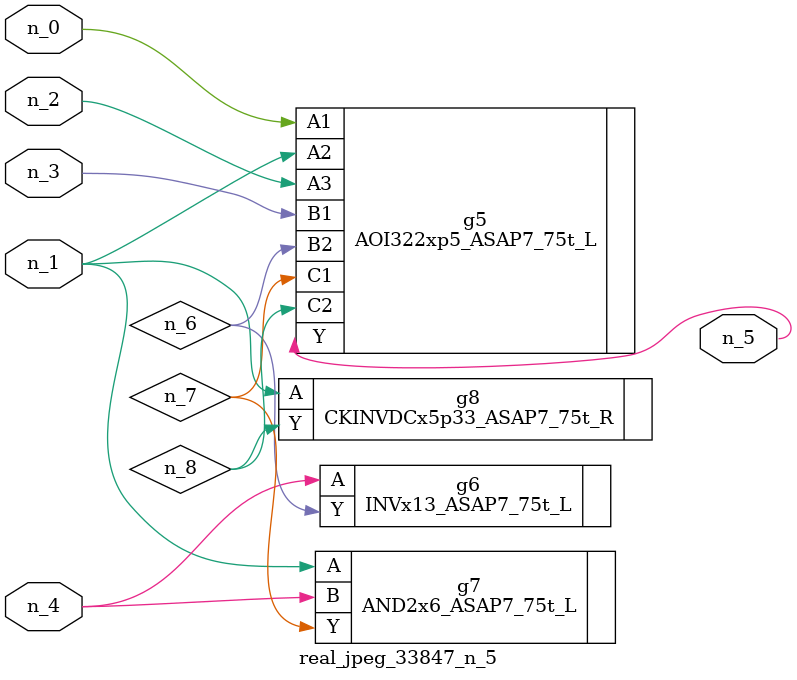
<source format=v>
module real_jpeg_33847_n_5 (n_4, n_0, n_1, n_2, n_3, n_5);

input n_4;
input n_0;
input n_1;
input n_2;
input n_3;

output n_5;

wire n_8;
wire n_6;
wire n_7;

AOI322xp5_ASAP7_75t_L g5 ( 
.A1(n_0),
.A2(n_1),
.A3(n_2),
.B1(n_3),
.B2(n_6),
.C1(n_7),
.C2(n_8),
.Y(n_5)
);

AND2x6_ASAP7_75t_L g7 ( 
.A(n_1),
.B(n_4),
.Y(n_7)
);

CKINVDCx5p33_ASAP7_75t_R g8 ( 
.A(n_1),
.Y(n_8)
);

INVx13_ASAP7_75t_L g6 ( 
.A(n_4),
.Y(n_6)
);


endmodule
</source>
